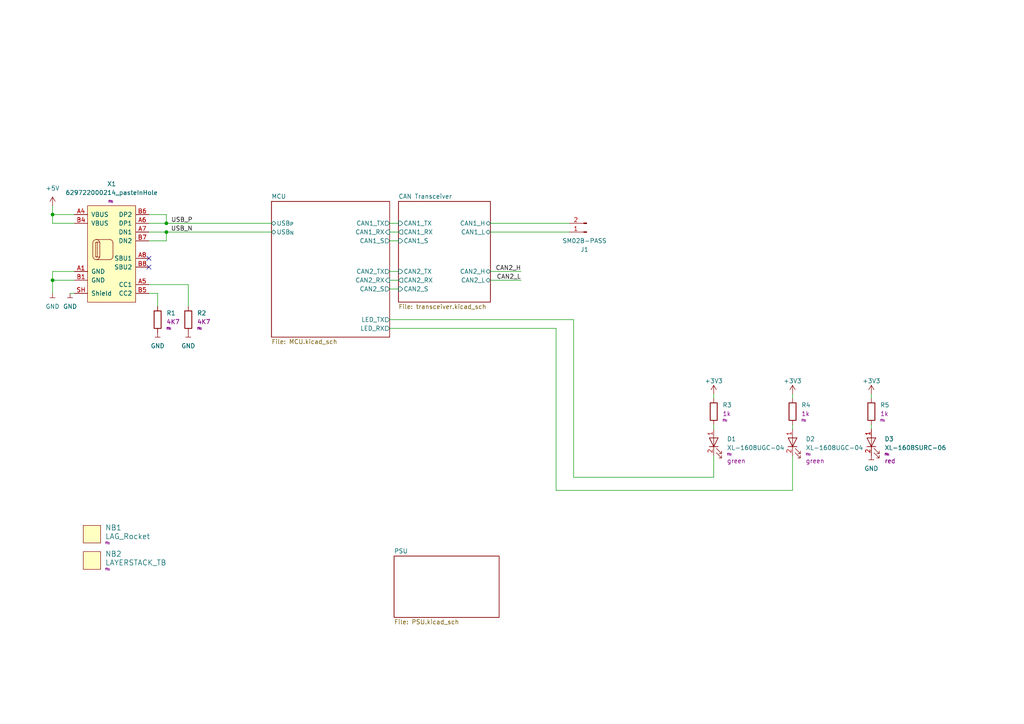
<source format=kicad_sch>
(kicad_sch (version 20250114) (generator "eeschema") (generator_version "9.0")
  (paper "A4")
  (title_block (title "${title}") (date "2023-06-16") (rev "R${release}") (company "${company}") (comment 1 "${release_state}") (comment 2 "${prefix}-S${type_number}-R${release}-V${sch_variant}-C${sch_ci}") (comment 3 "hardware/${prefix}-S${type_number}_${short_desciption}"))
  (lib_symbols
    (symbol "Connector:Conn_01x02_Pin" (pin_names (offset 1.016) (hide yes))
      (property "Reference" "J" (at 0 2.54 0))
      (property "Value" "Conn_01x02_Pin" (at 0 -5.08 0))
      (symbol "Conn_01x02_Pin_1_1"
        (rectangle (start 0.8636 0.127) (end 0 -0.127) (stroke (width 0.1524)) (fill (type outline)))
        (rectangle (start 0.8636 -2.413) (end 0 -2.667) (stroke (width 0.1524)) (fill (type outline)))
        (polyline (pts (xy 1.27 0) (xy 0.8636 0)) (stroke (width 0.1524)))
        (polyline (pts (xy 1.27 -2.54) (xy 0.8636 -2.54)) (stroke (width 0.1524)))
        (pin passive line (at 5.08 0 180) (length 3.81) (name "Pin_1") (number "1"))
        (pin passive line (at 5.08 -2.54 180) (length 3.81) (name "Pin_2") (number "2"))
      )
    )
    (symbol "Kingbright:KPT-1608EC" (pin_names (offset 1.016) (hide yes))
      (property "Reference" "D" (at 0 2.54 0))
      (property "Value" "KPT-1608EC" (at 1.27 -3.81 0))
      (property "Fit" "fit: " (at 7.62 -3.81 0))
      (symbol "KPT-1608EC_0_1"
        (polyline (pts (xy -3.048 -0.762) (xy -4.572 -2.286) (xy -3.81 -2.286) (xy -4.572 -2.286) (xy -4.572 -1.524)))
        (polyline (pts (xy -1.778 -0.762) (xy -3.302 -2.286) (xy -2.54 -2.286) (xy -3.302 -2.286) (xy -3.302 -1.524)))
        (polyline (pts (xy -1.27 0) (xy 1.27 0)))
        (polyline (pts (xy -1.27 -1.27) (xy -1.27 1.27)) (stroke (width 0.2032)))
        (polyline (pts (xy 1.27 -1.27) (xy 1.27 1.27) (xy -1.27 0) (xy 1.27 -1.27)) (stroke (width 0.2032)))
      )
      (symbol "KPT-1608EC_1_1"
        (pin passive line (at -3.81 0 0) (length 2.54) (name "K") (number "2"))
        (pin passive line (at 3.81 0 180) (length 2.54) (name "A") (number "1"))
      )
    )
    (symbol "Kingbright:KPT-1608SGC" (pin_names (offset 1.016) (hide yes))
      (property "Reference" "D" (at 0 2.54 0))
      (property "Value" "KPT-1608SGC" (at 1.27 -3.81 0))
      (property "Fit" "fit: " (at 7.62 -3.81 0))
      (symbol "KPT-1608SGC_0_1"
        (polyline (pts (xy -3.048 -0.762) (xy -4.572 -2.286) (xy -3.81 -2.286) (xy -4.572 -2.286) (xy -4.572 -1.524)))
        (polyline (pts (xy -1.778 -0.762) (xy -3.302 -2.286) (xy -2.54 -2.286) (xy -3.302 -2.286) (xy -3.302 -1.524)))
        (polyline (pts (xy -1.27 0) (xy 1.27 0)))
        (polyline (pts (xy -1.27 -1.27) (xy -1.27 1.27)) (stroke (width 0.2032)))
        (polyline (pts (xy 1.27 -1.27) (xy 1.27 1.27) (xy -1.27 0) (xy 1.27 -1.27)) (stroke (width 0.2032)))
      )
      (symbol "KPT-1608SGC_1_1"
        (pin passive line (at -3.81 0 0) (length 2.54) (name "K") (number "2"))
        (pin passive line (at 3.81 0 180) (length 2.54) (name "A") (number "1"))
      )
    )
    (symbol "Res_1Percent_E24_0603_100mW_-40C-90C:1k_0603_100mW_1%_E24_Chip-Resistor" (pin_numbers (hide yes)) (pin_names (offset 0))
      (property "Reference" "R" (at 2.032 0 90))
      (property "DisplayValue" "1k" (at -0.0254 -0.0508 90))
      (property "Fit" "fit: " (at 7.62 -3.81 0))
      (symbol "1k_0603_100mW_1%_E24_Chip-Resistor_0_1"
        (rectangle (start -1.016 -2.54) (end 1.016 2.54) (stroke (width 0.254)))
      )
      (symbol "1k_0603_100mW_1%_E24_Chip-Resistor_1_1"
        (pin passive line (at 0 3.81 270) (length 1.27) (name "~") (number "1"))
        (pin passive line (at 0 -3.81 90) (length 1.27) (name "~") (number "2"))
      )
    )
    (symbol "Res_1Percent_E24_0603_100mW_-40C-90C:5k1_0603_100mW_1%_E24_Chip-Resistor" (pin_numbers (hide yes)) (pin_names (offset 0))
      (property "Reference" "R" (at 2.032 0 90))
      (property "DisplayValue" "5k1" (at -0.0254 -0.0508 90))
      (property "Fit" "fit: " (at 7.62 -3.81 0))
      (symbol "5k1_0603_100mW_1%_E24_Chip-Resistor_0_1"
        (rectangle (start -1.016 -2.54) (end 1.016 2.54) (stroke (width 0.254)))
      )
      (symbol "5k1_0603_100mW_1%_E24_Chip-Resistor_1_1"
        (pin passive line (at 0 3.81 270) (length 1.27) (name "~") (number "1"))
        (pin passive line (at 0 -3.81 90) (length 1.27) (name "~") (number "2"))
      )
    )
    (symbol "mechanical:LAG_Rocket" (pin_names (offset 1.016))
      (property "Reference" "NB" (at 0 3.81 0))
      (property "Value" "LAG_Rocket" (at 1.27 -3.81 0))
      (property "Fit" "fit: " (at 7.62 -3.81 0))
      (symbol "LAG_Rocket_0_1"
        (rectangle (start -2.54 2.54) (end 2.54 -2.54) (fill (type background)))
      )
    )
    (symbol "mechanical:LAYERSTACK_TB" (pin_names (offset 1.016))
      (property "Reference" "NB" (at 0 3.81 0))
      (property "Value" "LAYERSTACK_TB" (at 6.35 -3.81 0))
      (property "Fit" "fit: " (at 7.62 -3.81 0))
      (symbol "LAYERSTACK_TB_0_1"
        (rectangle (start -2.54 2.54) (end 2.54 -2.54) (fill (type background)))
      )
    )
    (symbol "powerport:+3V3" (power) (pin_names (offset 0))
      (property "Value" "+3V3" (at 0 3.556 0))
      (symbol "+3V3_0_1"
        (polyline (pts (xy -0.762 1.27) (xy 0 2.54)))
        (polyline (pts (xy 0 2.54) (xy 0.762 1.27)))
        (polyline (pts (xy 0 0) (xy 0 2.54)))
      )
      (symbol "+3V3_1_1"
        (pin power_in line (at 0 0 90) (length 0) (hide yes) (name "+3V3") (number "1"))
      )
    )
    (symbol "powerport:+5V" (power) (pin_names (offset 0))
      (property "Value" "+5V" (at 0 3.556 0))
      (symbol "+5V_0_1"
        (polyline (pts (xy -0.762 1.27) (xy 0 2.54)))
        (polyline (pts (xy 0 2.54) (xy 0.762 1.27)))
        (polyline (pts (xy 0 0) (xy 0 2.54)))
      )
      (symbol "+5V_1_1"
        (pin power_in line (at 0 0 90) (length 0) (hide yes) (name "+5V") (number "1"))
      )
    )
    (symbol "powerport:GND" (power) (pin_names (offset 0))
      (property "Value" "GND" (at 0 -2.54 0))
      (symbol "GND_0_1"
        (polyline (pts (xy -0.762 -1.27) (xy 0.762 -1.27)))
        (polyline (pts (xy 0 0) (xy 0 -1.27)))
      )
      (symbol "GND_1_1"
        (pin power_in line (at 0 0 270) (length 0) (hide yes) (name "GND") (number "1"))
      )
    )
    (symbol "wuerth:629722000214_pasteInHole" (pin_names (offset 1.016))
      (property "Reference" "X" (at 0 13.97 0))
      (property "Value" "629722000214_pasteInHole" (at 0 -16.51 0))
      (property "Fit" "fit: " (at 7.62 -15.24 0))
      (symbol "629722000214_pasteInHole_0_1"
        (rectangle (start -7.62 12.7) (end 6.35 -15.24) (fill (type background)))
        (polyline (pts (xy -6.096 1.905) (xy -6.096 -1.905)))
        (polyline (pts (xy -5.334 -1.905) (xy -5.334 1.905)))
        (polyline (pts (xy -5.08 2.921) (xy -1.27 2.921)))
        (polyline (pts (xy -5.08 2.159) (xy -4.191 2.159)))
        (arc (start -6.096 1.905) (mid -5.08 2.9068) (end -4.064 1.905))
        (arc (start -5.334 1.8971) (mid -5.08 2.1295) (end -4.826 1.8971))
        (arc (start -4.064 -1.905) (mid -5.08 -2.9068) (end -6.096 -1.905))
        (arc (start -4.826 -1.905) (mid -5.08 -2.147) (end -5.334 -1.905))
        (polyline (pts (xy -5.08 -2.159) (xy -4.191 -2.159)))
        (polyline (pts (xy -5.08 -2.921) (xy -1.27 -2.921)))
        (polyline (pts (xy -4.826 -1.905) (xy -4.826 1.905)))
        (polyline (pts (xy -4.064 1.905) (xy -4.064 -1.905)))
        (arc (start -1.27 2.921) (mid -0.5411 2.6339) (end -0.254 1.905))
        (arc (start -0.254 -1.905) (mid -0.5409 -2.6341) (end -1.27 -2.921))
        (polyline (pts (xy -0.254 1.905) (xy -0.254 -1.905)))
      )
      (symbol "629722000214_pasteInHole_1_1"
        (pin passive line (at -11.43 10.16 0) (length 3.81) (name "VBUS") (number "A4"))
        (pin passive line (at -11.43 7.62 0) (length 3.81) (name "VBUS") (number "B4"))
        (pin passive line (at -11.43 -6.35 0) (length 3.81) (name "GND") (number "A1"))
        (pin passive line (at -11.43 -8.89 0) (length 3.81) (name "GND") (number "B1"))
        (pin passive line (at -11.43 -12.7 0) (length 3.81) (name "Shield") (number "SH"))
        (pin passive line (at 10.16 10.16 180) (length 3.81) (name "DP2") (number "B6"))
        (pin passive line (at 10.16 7.62 180) (length 3.81) (name "DP1") (number "A6"))
        (pin passive line (at 10.16 5.08 180) (length 3.81) (name "DN1") (number "A7"))
        (pin passive line (at 10.16 2.54 180) (length 3.81) (name "DN2") (number "B7"))
        (pin passive line (at 10.16 -2.54 180) (length 3.81) (name "SBU1") (number "A8"))
        (pin passive line (at 10.16 -5.08 180) (length 3.81) (name "SBU2") (number "B8"))
        (pin passive line (at 10.16 -10.16 180) (length 3.81) (name "CC1") (number "A5"))
        (pin passive line (at 10.16 -12.7 180) (length 3.81) (name "CC2") (number "B5"))
      )
    )
  )
  (junction (at 48.26 64.77))
  (junction (at 15.24 81.28))
  (junction (at 15.24 62.23))
  (junction (at 48.26 67.31))
  (no_connect (at 43.18 74.93))
  (no_connect (at 43.18 77.47))
  (wire (pts (xy 113.03 83.82) (xy 115.57 83.82)))
  (wire (pts (xy 229.87 132.08) (xy 229.87 142.24)))
  (wire (pts (xy 48.26 67.31) (xy 78.74 67.31)))
  (wire (pts (xy 113.03 81.28) (xy 115.57 81.28)))
  (wire (pts (xy 252.73 114.3) (xy 252.73 115.57)))
  (wire (pts (xy 45.72 85.09) (xy 45.72 88.9)))
  (wire (pts (xy 142.24 64.77) (xy 165.1 64.77)))
  (wire (pts (xy 15.24 85.09) (xy 15.24 81.28)))
  (wire (pts (xy 161.29 142.24) (xy 161.29 95.25)))
  (wire (pts (xy 207.01 132.08) (xy 207.01 138.43)))
  (wire (pts (xy 229.87 114.3) (xy 229.87 115.57)))
  (wire (pts (xy 142.24 78.74) (xy 151.13 78.74)))
  (wire (pts (xy 15.24 81.28) (xy 21.59 81.28)))
  (wire (pts (xy 142.24 67.31) (xy 165.1 67.31)))
  (wire (pts (xy 166.37 92.71) (xy 166.37 138.43)))
  (wire (pts (xy 54.61 82.55) (xy 54.61 88.9)))
  (wire (pts (xy 166.37 138.43) (xy 207.01 138.43)))
  (wire (pts (xy 252.73 123.19) (xy 252.73 124.46)))
  (wire (pts (xy 15.24 81.28) (xy 15.24 78.74)))
  (wire (pts (xy 161.29 95.25) (xy 113.03 95.25)))
  (wire (pts (xy 43.18 67.31) (xy 48.26 67.31)))
  (wire (pts (xy 207.01 123.19) (xy 207.01 124.46)))
  (wire (pts (xy 48.26 67.31) (xy 48.26 69.85)))
  (wire (pts (xy 15.24 59.69) (xy 15.24 62.23)))
  (wire (pts (xy 43.18 69.85) (xy 48.26 69.85)))
  (wire (pts (xy 113.03 64.77) (xy 115.57 64.77)))
  (wire (pts (xy 43.18 82.55) (xy 54.61 82.55)))
  (wire (pts (xy 20.32 85.09) (xy 21.59 85.09)))
  (wire (pts (xy 229.87 142.24) (xy 161.29 142.24)))
  (wire (pts (xy 113.03 67.31) (xy 115.57 67.31)))
  (wire (pts (xy 48.26 62.23) (xy 48.26 64.77)))
  (wire (pts (xy 43.18 64.77) (xy 48.26 64.77)))
  (wire (pts (xy 207.01 114.3) (xy 207.01 115.57)))
  (wire (pts (xy 15.24 78.74) (xy 21.59 78.74)))
  (wire (pts (xy 43.18 85.09) (xy 45.72 85.09)))
  (wire (pts (xy 15.24 62.23) (xy 15.24 64.77)))
  (wire (pts (xy 229.87 123.19) (xy 229.87 124.46)))
  (wire (pts (xy 15.24 62.23) (xy 21.59 62.23)))
  (wire (pts (xy 43.18 62.23) (xy 48.26 62.23)))
  (wire (pts (xy 48.26 64.77) (xy 78.74 64.77)))
  (wire (pts (xy 142.24 81.28) (xy 151.13 81.28)))
  (wire (pts (xy 113.03 78.74) (xy 115.57 78.74)))
  (wire (pts (xy 113.03 69.85) (xy 115.57 69.85)))
  (wire (pts (xy 113.03 92.71) (xy 166.37 92.71)))
  (wire (pts (xy 15.24 64.77) (xy 21.59 64.77)))
  (label "USB_P" (at 55.88 64.77 180))
  (label "CAN2_L" (at 151.13 81.28 180))
  (label "USB_N" (at 55.88 67.31 180))
  (label "CAN2_H" (at 151.13 78.74 180))
  (symbol (lib_id "wuerth:629722000214_pasteInHole") (at 33.02 72.39 0) (unit 1)
    (property "Reference" "X1" (at 32.385 53.34 0))
    (property "Value" "629722000214_pasteInHole" (at 32.385 55.88 0))
    (property "Footprint" "Socket_GCT:USB4105_pasteInHole" (effects (hide yes)))
    (property "Datasheet" "$PTX_DATASHEETS/datasheets/Connectors/Wuerth_629722000214_USB-C_2.0_16Pin.pdf" (effects (hide yes)))
    (property "Fit" "fit: " (at 32.385 58.42 0) (effects (font (size 0.635 0.635))))
    (property "State" "reviewed" (effects (hide yes)))
    (property "Package" "SMD mfg-specific" (effects (hide yes)))
    (property "Tool" "None" (effects (hide yes)))
    (property "Manufacturer" "Würth Elektronik" (effects (hide yes)))
    (property "MPN" "629722000214" (effects (hide yes)))
  )
  (symbol (lib_id "Res_1Percent_E24_0603_100mW_-40C-90C:1k_0603_100mW_1%_E24_Chip-Resistor") (at 207.01 119.38 0) (unit 1)
    (property "Reference" "R3" (at 209.55 117.475 0) (effects (justify left)))
    (property "Value" "1K" (effects (hide yes)))
    (property "Footprint" "Resistor_SMD:R_0402_1005Metric" (effects (hide yes)))
    (property "MPN" "any" (effects (hide yes)))
    (property "Manufacturer" "any" (effects (hide yes)))
    (property "DisplayValue" "1k" (at 209.55 120.015 0) (effects (justify left)))
    (property "Fit" "fit: " (at 209.55 121.92 0) (effects (font (size 0.635 0.635)) (justify left)))
    (property "State" "legacy" (effects (hide yes)))
    (property "Package" "0402" (effects (hide yes)))
  )
  (symbol (lib_id "powerport:GND") (at 54.61 96.52 0) (unit 1)
    (property "Reference" "#PWR05" (effects (hide yes)))
    (property "Value" "GND" (at 54.61 100.33 0))
  )
  (symbol (lib_id "Connector:Conn_01x02_Pin") (at 170.18 67.31 180) (unit 1)
    (property "Reference" "J1" (at 169.545 72.39 0))
    (property "Value" "SM02B-PASS" (at 169.545 69.85 0))
    (property "Footprint" "Bluesat:SM02B-PASS" (effects (hide yes)))
    (property "Description" "Generic connector, single row, 01x02, script generated" (effects (hide yes)))
  )
  (symbol (lib_id "powerport:+3V3") (at 252.73 114.3 0) (unit 1)
    (property "Reference" "#PWR013" (effects (hide yes)))
    (property "Value" "+3V3" (at 252.73 110.49 0))
  )
  (symbol (lib_id "mechanical:LAYERSTACK_TB") (at 26.67 162.56 0) (unit 1)
    (property "Reference" "NB2" (at 30.48 160.655 0) (effects (font (size 1.524 1.524)) (justify left)))
    (property "Value" "LAYERSTACK_TB" (at 30.48 163.195 0) (effects (font (size 1.524 1.524)) (justify left)))
    (property "Footprint" "mechanical:LAYERSTACK_TB" (effects (hide yes)))
    (property "Fit" "fit: " (at 30.48 165.1 0) (effects (font (size 0.635 0.635)) (justify left)))
    (property "State" "legacy" (effects (hide yes)))
  )
  (symbol (lib_id "Kingbright:KPT-1608SGC") (at 207.01 128.27 90) (unit 1)
    (property "Reference" "D1" (at 210.82 127.3302 90) (effects (justify right)))
    (property "Value" "XL-1608UGC-04" (at 210.82 129.8702 90) (effects (justify right)))
    (property "Footprint" "LED_SMD:LED_0402_1005Metric" (effects (hide yes)))
    (property "Datasheet" "$PTX_DATASHEETS/datasheets/LED/Kingbright_KPT-1608SGC.pdf" (effects (hide yes)))
    (property "MPN" "KPT-1608SGC" (effects (hide yes)))
    (property "Manufacturer" "Kingbright" (effects (hide yes)))
    (property "Fit" "fit: " (at 210.82 131.7752 90) (effects (font (size 0.635 0.635)) (justify right)))
    (property "State" "reviewed" (effects (hide yes)))
    (property "Package" "0603" (effects (hide yes)))
    (property "color" "green" (at 210.82 133.6802 90) (effects (justify right)))
  )
  (symbol (lib_id "mechanical:LAG_Rocket") (at 26.67 154.94 0) (unit 1)
    (property "Reference" "NB1" (at 30.48 153.035 0) (effects (font (size 1.524 1.524)) (justify left)))
    (property "Value" "LAG_Rocket" (at 30.48 155.575 0) (effects (font (size 1.524 1.524)) (justify left)))
    (property "Footprint" "mechanical:lag_rocket_14.5mmx15mm" (effects (hide yes)))
    (property "Fit" "fit: " (at 30.48 157.48 0) (effects (font (size 0.635 0.635)) (justify left)))
    (property "State" "reviewed" (effects (hide yes)))
  )
  (symbol (lib_id "powerport:+3V3") (at 207.01 114.3 0) (unit 1)
    (property "Reference" "#PWR06" (effects (hide yes)))
    (property "Value" "+3V3" (at 207.01 110.49 0))
  )
  (symbol (lib_id "powerport:GND") (at 45.72 96.52 0) (unit 1)
    (property "Reference" "#PWR04" (effects (hide yes)))
    (property "Value" "GND" (at 45.72 100.33 0))
  )
  (symbol (lib_id "Res_1Percent_E24_0603_100mW_-40C-90C:1k_0603_100mW_1%_E24_Chip-Resistor") (at 229.87 119.38 0) (unit 1)
    (property "Reference" "R4" (at 232.41 117.475 0) (effects (justify left)))
    (property "Value" "1K" (effects (hide yes)))
    (property "Footprint" "Resistor_SMD:R_0402_1005Metric" (effects (hide yes)))
    (property "MPN" "any" (effects (hide yes)))
    (property "Manufacturer" "any" (effects (hide yes)))
    (property "DisplayValue" "1k" (at 232.41 120.015 0) (effects (justify left)))
    (property "Fit" "fit: " (at 232.41 121.92 0) (effects (font (size 0.635 0.635)) (justify left)))
    (property "State" "legacy" (effects (hide yes)))
    (property "Package" "0402" (effects (hide yes)))
  )
  (symbol (lib_id "powerport:+5V") (at 15.24 59.69 0) (unit 1)
    (property "Reference" "#PWR01" (effects (hide yes)))
    (property "Value" "+5V" (at 15.24 54.61 0))
  )
  (symbol (lib_id "powerport:+3V3") (at 229.87 114.3 0) (unit 1)
    (property "Reference" "#PWR07" (effects (hide yes)))
    (property "Value" "+3V3" (at 229.87 110.49 0))
  )
  (symbol (lib_id "Kingbright:KPT-1608EC") (at 252.73 128.27 90) (unit 1)
    (property "Reference" "D3" (at 256.54 127.3302 90) (effects (justify right)))
    (property "Value" "XL-1608SURC-06" (at 256.54 129.8702 90) (effects (justify right)))
    (property "Footprint" "LED_SMD:LED_0402_1005Metric" (effects (hide yes)))
    (property "Datasheet" "$PTX_DATASHEETS/datasheets/LED/Kingbright_KPT-1608EC.pdf" (effects (hide yes)))
    (property "MPN" "KPT-1608EC" (effects (hide yes)))
    (property "Manufacturer" "Kingbright" (effects (hide yes)))
    (property "Package" "0603" (effects (hide yes)))
    (property "Fit" "fit: " (at 256.54 131.7752 90) (effects (font (size 0.635 0.635)) (justify right)))
    (property "State" "reviewed" (effects (hide yes)))
    (property "color" "red" (at 256.54 133.6802 90) (effects (justify right)))
  )
  (symbol (lib_id "Res_1Percent_E24_0603_100mW_-40C-90C:5k1_0603_100mW_1%_E24_Chip-Resistor") (at 54.61 92.71 0) (unit 1)
    (property "Reference" "R2" (at 57.15 90.8049 0) (effects (justify left)))
    (property "Value" "4K7" (effects (hide yes)))
    (property "Footprint" "Resistor_SMD:R_0402_1005Metric" (effects (hide yes)))
    (property "MPN" "any" (effects (hide yes)))
    (property "Manufacturer" "any" (effects (hide yes)))
    (property "DisplayValue" "4K7" (at 57.15 93.3449 0) (effects (justify left)))
    (property "Fit" "fit: " (at 57.15 95.25 0) (effects (font (size 0.635 0.635)) (justify left)))
    (property "State" "legacy" (effects (hide yes)))
    (property "Package" "0402" (effects (hide yes)))
  )
  (symbol (lib_id "powerport:GND") (at 15.24 85.09 0) (unit 1)
    (property "Reference" "#PWR02" (effects (hide yes)))
    (property "Value" "GND" (at 15.24 88.9 0))
  )
  (symbol (lib_id "Kingbright:KPT-1608SGC") (at 229.87 128.27 90) (unit 1)
    (property "Reference" "D2" (at 233.68 127.3302 90) (effects (justify right)))
    (property "Value" "XL-1608UGC-04" (at 233.68 129.8702 90) (effects (justify right)))
    (property "Footprint" "LED_SMD:LED_0402_1005Metric" (effects (hide yes)))
    (property "Datasheet" "$PTX_DATASHEETS/datasheets/LED/Kingbright_KPT-1608SGC.pdf" (effects (hide yes)))
    (property "MPN" "KPT-1608SGC" (effects (hide yes)))
    (property "Manufacturer" "Kingbright" (effects (hide yes)))
    (property "Fit" "fit: " (at 233.68 131.7752 90) (effects (font (size 0.635 0.635)) (justify right)))
    (property "State" "reviewed" (effects (hide yes)))
    (property "Package" "0603" (effects (hide yes)))
    (property "color" "green" (at 233.68 133.6802 90) (effects (justify right)))
  )
  (symbol (lib_id "Res_1Percent_E24_0603_100mW_-40C-90C:1k_0603_100mW_1%_E24_Chip-Resistor") (at 252.73 119.38 0) (unit 1)
    (property "Reference" "R5" (at 255.27 117.475 0) (effects (justify left)))
    (property "Value" "1K" (effects (hide yes)))
    (property "Footprint" "Resistor_SMD:R_0402_1005Metric" (effects (hide yes)))
    (property "MPN" "any" (effects (hide yes)))
    (property "Manufacturer" "any" (effects (hide yes)))
    (property "DisplayValue" "1k" (at 255.27 120.015 0) (effects (justify left)))
    (property "Fit" "fit: " (at 255.27 121.92 0) (effects (font (size 0.635 0.635)) (justify left)))
    (property "State" "legacy" (effects (hide yes)))
    (property "Package" "0402" (effects (hide yes)))
  )
  (symbol (lib_id "powerport:GND") (at 20.32 85.09 0) (unit 1)
    (property "Reference" "#PWR03" (effects (hide yes)))
    (property "Value" "GND" (at 20.32 88.9 0))
  )
  (symbol (lib_id "powerport:GND") (at 252.73 132.08 0) (unit 1)
    (property "Reference" "#PWR014" (effects (hide yes)))
    (property "Value" "GND" (at 252.73 135.89 0))
  )
  (symbol (lib_id "Res_1Percent_E24_0603_100mW_-40C-90C:5k1_0603_100mW_1%_E24_Chip-Resistor") (at 45.72 92.71 0) (unit 1)
    (property "Reference" "R1" (at 48.26 90.8049 0) (effects (justify left)))
    (property "Value" "4K7" (effects (hide yes)))
    (property "Footprint" "Resistor_SMD:R_0402_1005Metric" (effects (hide yes)))
    (property "MPN" "any" (effects (hide yes)))
    (property "Manufacturer" "any" (effects (hide yes)))
    (property "DisplayValue" "4K7" (at 48.26 93.3449 0) (effects (justify left)))
    (property "Fit" "fit: " (at 48.26 95.25 0) (effects (font (size 0.635 0.635)) (justify left)))
    (property "State" "legacy" (effects (hide yes)))
    (property "Package" "0402" (effects (hide yes)))
  )
  (sheet (at 114.3 161.29) (size 30.48 17.78) (stroke (width 0.1524))
    (property "Sheetname" "PSU" (at 114.3 160.5784 0) (effects (justify left bottom)))
    (property "Sheetfile" "PSU.kicad_sch" (at 114.3 179.6546 0) (effects (justify left top)))
  )
  (sheet (at 115.57 58.42) (size 26.67 29.21) (stroke (width 0.1524))
    (property "Sheetname" "CAN Transceiver" (at 115.57 57.7084 0) (effects (justify left bottom)))
    (property "Sheetfile" "transceiver.kicad_sch" (at 115.57 88.2146 0) (effects (justify left top)))
    (pin "CAN1_L" bidirectional (at 142.24 67.31 0))
    (pin "CAN1_H" bidirectional (at 142.24 64.77 0))
    (pin "CAN2_H" bidirectional (at 142.24 78.74 0))
    (pin "CAN2_L" bidirectional (at 142.24 81.28 0))
    (pin "CAN2_TX" input (at 115.57 78.74 180))
    (pin "CAN2_RX" output (at 115.57 81.28 180))
    (pin "CAN2_S" input (at 115.57 83.82 180))
    (pin "CAN1_RX" output (at 115.57 67.31 180))
    (pin "CAN1_TX" input (at 115.57 64.77 180))
    (pin "CAN1_S" input (at 115.57 69.85 180))
  )
  (sheet (at 78.74 58.42) (size 34.29 39.37) (stroke (width 0.1524))
    (property "Sheetname" "MCU" (at 78.74 57.7084 0) (effects (justify left bottom)))
    (property "Sheetfile" "MCU.kicad_sch" (at 78.74 98.3746 0) (effects (justify left top)))
    (pin "USB_{N}" bidirectional (at 78.74 67.31 180))
    (pin "USB_{P}" bidirectional (at 78.74 64.77 180))
    (pin "CAN1_RX" input (at 113.03 67.31 0))
    (pin "CAN2_RX" input (at 113.03 81.28 0))
    (pin "CAN2_TX" output (at 113.03 78.74 0))
    (pin "CAN1_TX" output (at 113.03 64.77 0))
    (pin "CAN1_S" output (at 113.03 69.85 0))
    (pin "CAN2_S" output (at 113.03 83.82 0))
    (pin "LED_RX" output (at 113.03 95.25 0))
    (pin "LED_TX" output (at 113.03 92.71 0))
  )
)
</source>
